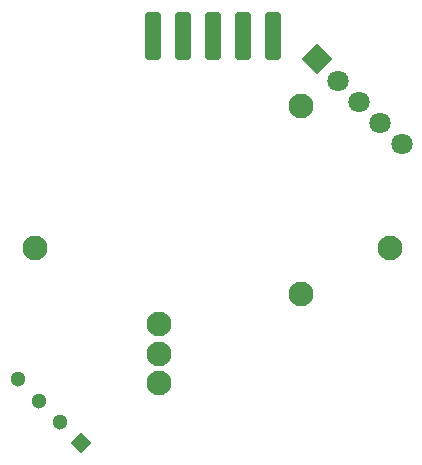
<source format=gbs>
%FSLAX33Y33*%
%MOMM*%
%AMRR-H1300000-W4000000-R120000-RO0.500*
21,1,3.76,1.3,0.,0.,270*
21,1,4.,1.06,0.,0.,270*
1,1,0.24,0.53,1.88*
1,1,0.24,0.53,-1.88*
1,1,0.24,-0.53,-1.88*
1,1,0.24,-0.53,1.88*%
%AMRect-W1300000-H1300000-RO1.750*
21,1,1.3,1.3,0.,0.,45*%
%AMRect-W1800000-H1800000-RO1.750*
21,1,1.8,1.8,0.,0.,45*%
%ADD10C,2.1*%
%ADD11RR-H1300000-W4000000-R120000-RO0.500*%
%ADD12C,1.3*%
%ADD13Rect-W1300000-H1300000-RO1.750*%
%ADD14C,1.8*%
%ADD15Rect-W1800000-H1800000-RO1.750*%
D10*
%LNbottom solder mask_traces*%
G01*
X15000Y0D03*
X7525Y-3850D03*
X-4575Y-6450D03*
X-15000Y0D03*
X7525Y12000D03*
X-4575Y-11425D03*
X-4575Y-8971D03*
%LNbottom solder mask component 78b70137abdd44bd*%
D11*
X5080Y18000D03*
X2540Y18000D03*
X0Y18000D03*
X-2540Y18000D03*
X-5080Y18000D03*
%LNbottom solder mask component 7315b2cb7b9903fe*%
D12*
X-12908Y-14704D03*
X-14704Y-12908D03*
X-16500Y-11112D03*
D13*
X-11112Y-16500D03*
%LNbottom solder mask component 9deb23392e05f969*%
D14*
X10604Y14196D03*
X12400Y12400D03*
X14196Y10604D03*
X15992Y8808D03*
D15*
X8808Y15992D03*
M02*
</source>
